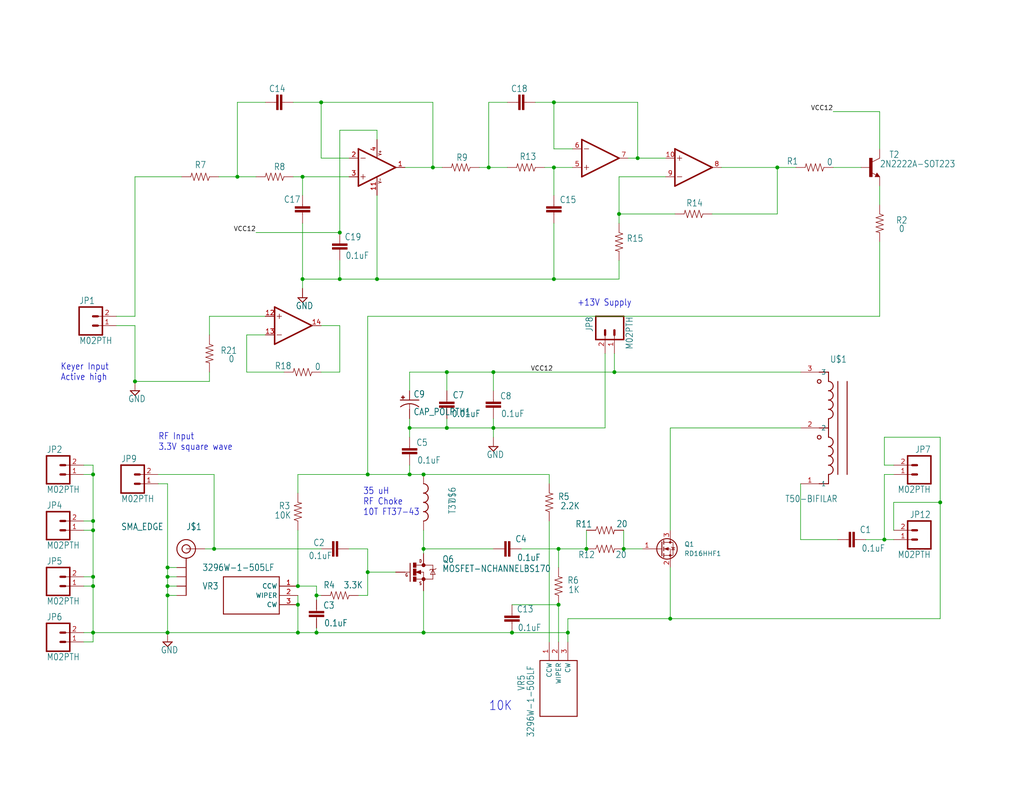
<source format=kicad_sch>
(kicad_sch (version 20211123) (generator eeschema)
  (paper "A")
  (title_block (date "2022-10-06"))
  (lib_symbols
    (symbol "Device:Q_NMOS_GSD" (pin_names (offset 0) hide)
      (property "Reference" "Q" (at 5.08 1.27 0))
      (property "Value" "Q_NMOS_GSD" (at 5.08 -1.27 0))
      (symbol "Q_NMOS_GSD_0_1"
        (polyline (pts (xy 0.254 0) (xy -2.54 0)))
        (polyline (pts (xy 0.254 1.905) (xy 0.254 -1.905)) (stroke (width 0.254)))
        (polyline (pts (xy 0.762 -1.27) (xy 0.762 -2.286)) (stroke (width 0.254)))
        (polyline (pts (xy 0.762 0.508) (xy 0.762 -0.508)) (stroke (width 0.254)))
        (polyline (pts (xy 0.762 2.286) (xy 0.762 1.27)) (stroke (width 0.254)))
        (polyline (pts (xy 2.54 2.54) (xy 2.54 1.778)))
        (polyline (pts (xy 2.54 -2.54) (xy 2.54 0) (xy 0.762 0)))
        (polyline (pts (xy 0.762 -1.778) (xy 3.302 -1.778) (xy 3.302 1.778) (xy 0.762 1.778)))
        (polyline (pts (xy 1.016 0) (xy 2.032 0.381) (xy 2.032 -0.381) (xy 1.016 0)) (fill (type outline)))
        (polyline (pts (xy 2.794 0.508) (xy 2.921 0.381) (xy 3.683 0.381) (xy 3.81 0.254)))
        (polyline (pts (xy 3.302 0.381) (xy 2.921 -0.254) (xy 3.683 -0.254) (xy 3.302 0.381)))
        (circle (center 1.651 0) (radius 2.794) (stroke (width 0.254)))
        (circle (center 2.54 -1.778) (radius 0.254) (fill (type outline)))
        (circle (center 2.54 1.778) (radius 0.254) (fill (type outline)))
      )
      (symbol "Q_NMOS_GSD_1_1"
        (pin input line (at -5.08 0 0) (length 2.54) (name "G") (number "1"))
        (pin passive line (at 2.54 -5.08 90) (length 2.54) (name "S") (number "2"))
        (pin passive line (at 2.54 5.08 270) (length 2.54) (name "D") (number "3"))
      )
    )
    (symbol "powerAmp_RevB-eagle-import:-NPN-SOT223"
      (property "Reference" "T" (at -10.16 7.62 0))
      (property "Value" "-NPN-SOT223" (at -10.16 5.08 0))
      (symbol "-NPN-SOT223_1_0"
        (rectangle (start -0.254 -2.54) (end 0.508 2.54) (fill (type outline)))
        (polyline (pts (xy 1.27 -2.54) (xy 1.778 -1.524)) (stroke (width 0.1524)))
        (polyline (pts (xy 1.524 -2.413) (xy 2.286 -2.413)) (stroke (width 0.254)))
        (polyline (pts (xy 1.524 -2.286) (xy 1.905 -2.286)) (stroke (width 0.254)))
        (polyline (pts (xy 1.54 -2.04) (xy 0.308 -1.424)) (stroke (width 0.1524)))
        (polyline (pts (xy 1.778 -1.778) (xy 1.524 -2.286)) (stroke (width 0.254)))
        (polyline (pts (xy 1.778 -1.524) (xy 2.54 -2.54)) (stroke (width 0.1524)))
        (polyline (pts (xy 1.905 -2.286) (xy 1.778 -2.032)) (stroke (width 0.254)))
        (polyline (pts (xy 2.286 -2.413) (xy 1.778 -1.778)) (stroke (width 0.254)))
        (polyline (pts (xy 2.54 -2.54) (xy 1.27 -2.54)) (stroke (width 0.1524)))
        (polyline (pts (xy 2.54 2.54) (xy 0.508 1.524)) (stroke (width 0.1524)))
        (pin passive line (at -2.54 0 0) (length 2.54) (name "B") (number "1"))
        (pin passive line (at 2.54 -5.08 90) (length 2.54) (name "E") (number "3"))
        (pin passive line (at 2.54 5.08 270) (length 2.54) (name "C") (number "4"))
      )
    )
    (symbol "powerAmp_RevB-eagle-import:3296W-1-505LF"
      (property "Reference" "VR" (at 21.59 7.62 0))
      (property "Value" "3296W-1-505LF" (at 21.59 5.08 0))
      (symbol "3296W-1-505LF_1_0"
        (polyline (pts (xy 5.08 2.54) (xy 5.08 -7.62)) (stroke (width 0.254)))
        (polyline (pts (xy 5.08 2.54) (xy 20.32 2.54)) (stroke (width 0.254)))
        (polyline (pts (xy 20.32 -7.62) (xy 5.08 -7.62)) (stroke (width 0.254)))
        (polyline (pts (xy 20.32 -7.62) (xy 20.32 2.54)) (stroke (width 0.254)))
        (pin bidirectional line (at 0 0 0) (length 5.08) (name "CCW") (number "1"))
        (pin bidirectional line (at 0 -2.54 0) (length 5.08) (name "WIPER") (number "2"))
        (pin bidirectional line (at 0 -5.08 0) (length 5.08) (name "CW") (number "3"))
      )
    )
    (symbol "powerAmp_RevB-eagle-import:CAP0603-CAP"
      (property "Reference" "C" (at 1.524 2.921 0))
      (property "Value" "CAP0603-CAP" (at 1.524 -2.159 0))
      (symbol "CAP0603-CAP_1_0"
        (rectangle (start -2.032 0.508) (end 2.032 1.016) (fill (type outline)))
        (rectangle (start -2.032 1.524) (end 2.032 2.032) (fill (type outline)))
        (polyline (pts (xy 0 0) (xy 0 0.508)) (stroke (width 0.1524)))
        (polyline (pts (xy 0 2.54) (xy 0 2.032)) (stroke (width 0.1524)))
        (pin passive line (at 0 5.08 270) (length 2.54) (name "1") (number "1"))
        (pin passive line (at 0 -2.54 90) (length 2.54) (name "2") (number "2"))
      )
    )
    (symbol "powerAmp_RevB-eagle-import:CAPPTH1"
      (property "Reference" "C" (at 1.524 2.921 0))
      (property "Value" "CAPPTH1" (at 1.524 -2.159 0))
      (symbol "CAPPTH1_1_0"
        (rectangle (start -2.032 0.508) (end 2.032 1.016) (fill (type outline)))
        (rectangle (start -2.032 1.524) (end 2.032 2.032) (fill (type outline)))
        (polyline (pts (xy 0 0) (xy 0 0.508)) (stroke (width 0.1524)))
        (polyline (pts (xy 0 2.54) (xy 0 2.032)) (stroke (width 0.1524)))
        (pin passive line (at 0 5.08 270) (length 2.54) (name "1") (number "1"))
        (pin passive line (at 0 -2.54 90) (length 2.54) (name "2") (number "2"))
      )
    )
    (symbol "powerAmp_RevB-eagle-import:CAP_POLPTH1"
      (property "Reference" "C" (at 1.016 0.635 0))
      (property "Value" "CAP_POLPTH1" (at 1.016 -4.191 0))
      (symbol "CAP_POLPTH1_1_0"
        (rectangle (start -2.253 0.668) (end -1.364 0.795) (fill (type outline)))
        (rectangle (start -1.872 0.287) (end -1.745 1.176) (fill (type outline)))
        (arc (start 0 -1.0161) (mid -1.3021 -1.2302) (end -2.4669 -1.8504) (stroke (width 0.254)))
        (polyline (pts (xy -2.54 0) (xy 2.54 0)) (stroke (width 0.254)))
        (polyline (pts (xy 0 -1.016) (xy 0 -2.54)) (stroke (width 0.1524)))
        (arc (start 2.4892 -1.8542) (mid 1.3158 -1.2195) (end 0 -1) (stroke (width 0.254)))
        (pin passive line (at 0 2.54 270) (length 2.54) (name "+") (number "1"))
        (pin passive line (at 0 -5.08 90) (length 2.54) (name "-") (number "2"))
      )
    )
    (symbol "powerAmp_RevB-eagle-import:GND" (power)
      (property "Value" "GND" (at -1.905 -3.175 0))
      (symbol "GND_1_0"
        (polyline (pts (xy -1.27 0) (xy 1.27 0)) (stroke (width 0.254)))
        (polyline (pts (xy 0 -1.27) (xy -1.27 0)) (stroke (width 0.254)))
        (polyline (pts (xy 1.27 0) (xy 0 -1.27)) (stroke (width 0.254)))
        (pin power_in line (at 0 2.54 270) (length 2.54) (name "GND") (number "1"))
      )
    )
    (symbol "powerAmp_RevB-eagle-import:M02PTH"
      (property "Reference" "JP" (at -2.54 5.842 0))
      (property "Value" "M02PTH" (at -2.54 -5.08 0))
      (symbol "M02PTH_1_0"
        (polyline (pts (xy -2.54 5.08) (xy -2.54 -2.54)) (stroke (width 0.4064)))
        (polyline (pts (xy -2.54 5.08) (xy 3.81 5.08)) (stroke (width 0.4064)))
        (polyline (pts (xy 1.27 0) (xy 2.54 0)) (stroke (width 0.6096)))
        (polyline (pts (xy 1.27 2.54) (xy 2.54 2.54)) (stroke (width 0.6096)))
        (polyline (pts (xy 3.81 -2.54) (xy -2.54 -2.54)) (stroke (width 0.4064)))
        (polyline (pts (xy 3.81 -2.54) (xy 3.81 5.08)) (stroke (width 0.4064)))
        (pin passive line (at 7.62 0 180) (length 5.08) (name "1") (number "1"))
        (pin passive line (at 7.62 2.54 180) (length 5.08) (name "2") (number "2"))
      )
    )
    (symbol "powerAmp_RevB-eagle-import:MOSFET-NCHANNELBS170"
      (property "Reference" "Q" (at 5.08 2.54 0))
      (property "Value" "MOSFET-NCHANNELBS170" (at 5.08 0 0))
      (symbol "MOSFET-NCHANNELBS170_1_0"
        (rectangle (start -2.794 -2.54) (end -2.032 -1.27) (fill (type outline)))
        (rectangle (start -2.794 -0.889) (end -2.032 0.889) (fill (type outline)))
        (rectangle (start -2.794 1.27) (end -2.032 2.54) (fill (type outline)))
        (circle (center 0 -1.905) (radius 0.127) (stroke (width 0.4064)))
        (polyline (pts (xy -3.81 0) (xy -5.08 0)) (stroke (width 0.1524)))
        (polyline (pts (xy -3.6576 2.413) (xy -3.6576 -2.54)) (stroke (width 0.254)))
        (polyline (pts (xy -2.032 -1.905) (xy 0 -1.905)) (stroke (width 0.1524)))
        (polyline (pts (xy -2.032 0) (xy -0.762 -0.508)) (stroke (width 0.1524)))
        (polyline (pts (xy -1.778 0) (xy -0.889 -0.254)) (stroke (width 0.3048)))
        (polyline (pts (xy -0.889 -0.254) (xy -0.889 0)) (stroke (width 0.3048)))
        (polyline (pts (xy -0.889 0) (xy -1.143 0)) (stroke (width 0.3048)))
        (polyline (pts (xy -0.889 0) (xy 0 0)) (stroke (width 0.1524)))
        (polyline (pts (xy -0.889 0.254) (xy -1.778 0)) (stroke (width 0.3048)))
        (polyline (pts (xy -0.762 -0.508) (xy -0.762 0.508)) (stroke (width 0.1524)))
        (polyline (pts (xy -0.762 0.508) (xy -2.032 0)) (stroke (width 0.1524)))
        (polyline (pts (xy 0 -1.905) (xy 0 -2.54)) (stroke (width 0.1524)))
        (polyline (pts (xy 0 0) (xy 0 -1.905)) (stroke (width 0.1524)))
        (polyline (pts (xy 0 1.905) (xy -2.0066 1.905)) (stroke (width 0.1524)))
        (polyline (pts (xy 0 1.905) (xy 2.54 1.905)) (stroke (width 0.1524)))
        (polyline (pts (xy 0 2.54) (xy 0 1.905)) (stroke (width 0.1524)))
        (polyline (pts (xy 1.905 -0.635) (xy 3.175 -0.635)) (stroke (width 0.1524)))
        (polyline (pts (xy 1.905 0.762) (xy 1.651 0.508)) (stroke (width 0.1524)))
        (polyline (pts (xy 1.905 0.762) (xy 2.54 0.762)) (stroke (width 0.1524)))
        (polyline (pts (xy 2.54 -1.905) (xy 0 -1.905)) (stroke (width 0.1524)))
        (polyline (pts (xy 2.54 0.762) (xy 1.905 -0.635)) (stroke (width 0.1524)))
        (polyline (pts (xy 2.54 0.762) (xy 2.54 -1.905)) (stroke (width 0.1524)))
        (polyline (pts (xy 2.54 0.762) (xy 3.175 0.762)) (stroke (width 0.1524)))
        (polyline (pts (xy 2.54 1.905) (xy 2.54 0.762)) (stroke (width 0.1524)))
        (polyline (pts (xy 3.175 -0.635) (xy 2.54 0.762)) (stroke (width 0.1524)))
        (polyline (pts (xy 3.175 0.762) (xy 3.429 1.016)) (stroke (width 0.1524)))
        (circle (center 0 1.905) (radius 0.127) (stroke (width 0.4064)))
        (text "D" (at -1.27 2.54 0) (effects (font (size 0.8128 0.6908)) (justify left bottom)))
        (text "G" (at -5.08 -1.27 0) (effects (font (size 0.8128 0.6908)) (justify left bottom)))
        (text "S" (at -1.27 -3.556 0) (effects (font (size 0.8128 0.6908)) (justify left bottom)))
        (pin passive line (at 0 5.08 270) (length 2.54) (name "D") (number "1"))
        (pin passive line (at -7.62 0 0) (length 2.54) (name "G") (number "2"))
        (pin passive line (at 0 -5.08 90) (length 2.54) (name "S") (number "3"))
      )
    )
    (symbol "powerAmp_RevB-eagle-import:OPA1679IDR"
      (symbol "OPA1679IDR_1_0"
        (polyline (pts (xy -5.08 -5.08) (xy 5.08 0)) (stroke (width 0.4064)))
        (polyline (pts (xy -5.08 5.08) (xy -5.08 -5.08)) (stroke (width 0.4064)))
        (polyline (pts (xy -4.445 -2.54) (xy -3.175 -2.54)) (stroke (width 0.1524)))
        (polyline (pts (xy -4.445 2.54) (xy -3.175 2.54)) (stroke (width 0.1524)))
        (polyline (pts (xy -3.81 3.175) (xy -3.81 1.905)) (stroke (width 0.1524)))
        (polyline (pts (xy 5.08 0) (xy -5.08 5.08)) (stroke (width 0.4064)))
        (pin output line (at 7.62 0 180) (length 2.54) (name "OUT") (number "1"))
        (pin input line (at -7.62 -2.54 0) (length 2.54) (name "-IN") (number "2"))
        (pin input line (at -7.62 2.54 0) (length 2.54) (name "+IN") (number "3"))
      )
      (symbol "OPA1679IDR_2_0"
        (polyline (pts (xy -5.08 -5.08) (xy 5.08 0)) (stroke (width 0.4064)))
        (polyline (pts (xy -5.08 5.08) (xy -5.08 -5.08)) (stroke (width 0.4064)))
        (polyline (pts (xy -4.445 -2.54) (xy -3.175 -2.54)) (stroke (width 0.1524)))
        (polyline (pts (xy -4.445 2.54) (xy -3.175 2.54)) (stroke (width 0.1524)))
        (polyline (pts (xy -3.81 3.175) (xy -3.81 1.905)) (stroke (width 0.1524)))
        (polyline (pts (xy 5.08 0) (xy -5.08 5.08)) (stroke (width 0.4064)))
        (pin input line (at -7.62 2.54 0) (length 2.54) (name "+IN") (number "5"))
        (pin input line (at -7.62 -2.54 0) (length 2.54) (name "-IN") (number "6"))
        (pin output line (at 7.62 0 180) (length 2.54) (name "OUT") (number "7"))
      )
      (symbol "OPA1679IDR_3_0"
        (polyline (pts (xy -5.08 -5.08) (xy 5.08 0)) (stroke (width 0.4064)))
        (polyline (pts (xy -5.08 5.08) (xy -5.08 -5.08)) (stroke (width 0.4064)))
        (polyline (pts (xy -4.445 -2.54) (xy -3.175 -2.54)) (stroke (width 0.1524)))
        (polyline (pts (xy -4.445 2.54) (xy -3.175 2.54)) (stroke (width 0.1524)))
        (polyline (pts (xy -3.81 3.175) (xy -3.81 1.905)) (stroke (width 0.1524)))
        (polyline (pts (xy 5.08 0) (xy -5.08 5.08)) (stroke (width 0.4064)))
        (pin input line (at -7.62 2.54 0) (length 2.54) (name "+IN") (number "10"))
        (pin output line (at 7.62 0 180) (length 2.54) (name "OUT") (number "8"))
        (pin input line (at -7.62 -2.54 0) (length 2.54) (name "-IN") (number "9"))
      )
      (symbol "OPA1679IDR_4_0"
        (polyline (pts (xy -5.08 -5.08) (xy 5.08 0)) (stroke (width 0.4064)))
        (polyline (pts (xy -5.08 5.08) (xy -5.08 -5.08)) (stroke (width 0.4064)))
        (polyline (pts (xy -4.445 -2.54) (xy -3.175 -2.54)) (stroke (width 0.1524)))
        (polyline (pts (xy -4.445 2.54) (xy -3.175 2.54)) (stroke (width 0.1524)))
        (polyline (pts (xy -3.81 3.175) (xy -3.81 1.905)) (stroke (width 0.1524)))
        (polyline (pts (xy 5.08 0) (xy -5.08 5.08)) (stroke (width 0.4064)))
        (pin input line (at -7.62 2.54 0) (length 2.54) (name "+IN") (number "12"))
        (pin input line (at -7.62 -2.54 0) (length 2.54) (name "-IN") (number "13"))
        (pin output line (at 7.62 0 180) (length 2.54) (name "OUT") (number "14"))
      )
      (symbol "OPA1679IDR_5_0"
        (text "V+" (at 1.27 3.175 900) (effects (font (size 0.8128 0.6908)) (justify left bottom)))
        (text "V-" (at 1.27 -4.445 900) (effects (font (size 0.8128 0.6908)) (justify left bottom)))
        (pin power_in line (at 0 -7.62 90) (length 5.08) (name "V-") (number "11"))
        (pin power_in line (at 0 7.62 270) (length 5.08) (name "V+") (number "4"))
      )
    )
    (symbol "powerAmp_RevB-eagle-import:RESISTOR0603-RES"
      (property "Reference" "R" (at -3.81 1.4986 0))
      (property "Value" "RESISTOR0603-RES" (at -3.81 -3.302 0))
      (symbol "RESISTOR0603-RES_1_0"
        (polyline (pts (xy -2.54 0) (xy -2.159 1.016)) (stroke (width 0.1524)))
        (polyline (pts (xy -2.159 1.016) (xy -1.524 -1.016)) (stroke (width 0.1524)))
        (polyline (pts (xy -1.524 -1.016) (xy -0.889 1.016)) (stroke (width 0.1524)))
        (polyline (pts (xy -0.889 1.016) (xy -0.254 -1.016)) (stroke (width 0.1524)))
        (polyline (pts (xy -0.254 -1.016) (xy 0.381 1.016)) (stroke (width 0.1524)))
        (polyline (pts (xy 0.381 1.016) (xy 1.016 -1.016)) (stroke (width 0.1524)))
        (polyline (pts (xy 1.016 -1.016) (xy 1.651 1.016)) (stroke (width 0.1524)))
        (polyline (pts (xy 1.651 1.016) (xy 2.286 -1.016)) (stroke (width 0.1524)))
        (polyline (pts (xy 2.286 -1.016) (xy 2.54 0)) (stroke (width 0.1524)))
        (pin passive line (at -5.08 0 0) (length 2.54) (name "1") (number "1"))
        (pin passive line (at 5.08 0 180) (length 2.54) (name "2") (number "2"))
      )
    )
    (symbol "powerAmp_RevB-eagle-import:RESISTOR1206"
      (property "Reference" "R" (at -3.81 1.4986 0))
      (property "Value" "RESISTOR1206" (at -3.81 -3.302 0))
      (symbol "RESISTOR1206_1_0"
        (polyline (pts (xy -2.54 0) (xy -2.159 1.016)) (stroke (width 0.1524)))
        (polyline (pts (xy -2.159 1.016) (xy -1.524 -1.016)) (stroke (width 0.1524)))
        (polyline (pts (xy -1.524 -1.016) (xy -0.889 1.016)) (stroke (width 0.1524)))
        (polyline (pts (xy -0.889 1.016) (xy -0.254 -1.016)) (stroke (width 0.1524)))
        (polyline (pts (xy -0.254 -1.016) (xy 0.381 1.016)) (stroke (width 0.1524)))
        (polyline (pts (xy 0.381 1.016) (xy 1.016 -1.016)) (stroke (width 0.1524)))
        (polyline (pts (xy 1.016 -1.016) (xy 1.651 1.016)) (stroke (width 0.1524)))
        (polyline (pts (xy 1.651 1.016) (xy 2.286 -1.016)) (stroke (width 0.1524)))
        (polyline (pts (xy 2.286 -1.016) (xy 2.54 0)) (stroke (width 0.1524)))
        (pin passive line (at -5.08 0 0) (length 2.54) (name "1") (number "1"))
        (pin passive line (at 5.08 0 180) (length 2.54) (name "2") (number "2"))
      )
    )
    (symbol "powerAmp_RevB-eagle-import:SMA_EDGE"
      (property "Reference" "J$" (at 2.54 -5.08 0))
      (property "Value" "SMA_EDGE" (at 2.54 -7.62 0))
      (symbol "SMA_EDGE_1_0"
        (polyline (pts (xy 0 -2.54) (xy 0 -12.7)) (stroke (width 0.254)))
        (circle (center 0 0) (radius 1.1359) (stroke (width 0.254)))
        (circle (center 0 0) (radius 2.54) (stroke (width 0.254)))
        (pin bidirectional line (at -2.54 -5.08 0) (length 2.54) (name "GND@0") (number "GND@0"))
        (pin bidirectional line (at -2.54 -7.62 0) (length 2.54) (name "GND@1") (number "GND@1"))
        (pin bidirectional line (at -2.54 -10.16 0) (length 2.54) (name "GND@2") (number "GND@2"))
        (pin bidirectional line (at -2.54 -12.7 0) (length 2.54) (name "GND@3") (number "GND@3"))
        (pin bidirectional line (at 5.08 0 180) (length 5.08) (name "SIGNAL") (number "SIG"))
      )
    )
    (symbol "powerAmp_RevB-eagle-import:T37"
      (property "Value" "T37" (at 3.81 2.54 90))
      (symbol "T37_1_0"
        (arc (start 0 2.54) (mid 0.898 2.912) (end 1.27 3.81) (stroke (width 0.254)))
        (arc (start 0 5.08) (mid 0.898 5.452) (end 1.27 6.35) (stroke (width 0.254)))
        (arc (start 0 7.62) (mid 0.898 7.992) (end 1.27 8.89) (stroke (width 0.254)))
        (arc (start 0 10.16) (mid 0.898 10.532) (end 1.27 11.43) (stroke (width 0.254)))
        (arc (start 1.27 3.81) (mid 0.898 4.708) (end 0 5.08) (stroke (width 0.254)))
        (arc (start 1.27 6.35) (mid 0.898 7.248) (end 0 7.62) (stroke (width 0.254)))
        (arc (start 1.27 8.89) (mid 0.898 9.788) (end 0 10.16) (stroke (width 0.254)))
        (arc (start 1.27 11.43) (mid 0.898 12.328) (end 0 12.7) (stroke (width 0.254)))
        (pin passive line (at 0 15.24 270) (length 2.54) (name "1") (number "P$1"))
        (pin passive line (at 0 0 90) (length 2.54) (name "2") (number "P$2"))
      )
    )
    (symbol "powerAmp_RevB-eagle-import:T50-BIFILAR"
      (property "Value" "T50-BIFILAR" (at 0 -20.32 0))
      (symbol "T50-BIFILAR_1_0"
        (polyline (pts (xy -2.54 12.7) (xy -2.54 -12.7)) (stroke (width 0.254)))
        (polyline (pts (xy 0 12.7) (xy 0 -12.7)) (stroke (width 0.254)))
        (polyline (pts (xy 2.54 -15.24) (xy 5.08 -15.24)) (stroke (width 0.254)))
        (polyline (pts (xy 2.54 -12.7) (xy 2.54 -15.24)) (stroke (width 0.254)))
        (polyline (pts (xy 2.54 0) (xy 2.54 -2.54)) (stroke (width 0.254)))
        (polyline (pts (xy 2.54 2.54) (xy 2.54 0)) (stroke (width 0.254)))
        (polyline (pts (xy 2.54 12.7) (xy 2.54 15.24)) (stroke (width 0.254)))
        (polyline (pts (xy 2.54 15.24) (xy 5.08 15.24)) (stroke (width 0.254)))
        (polyline (pts (xy 5.08 0) (xy 2.54 0)) (stroke (width 0.254)))
        (arc (start 1.27 -11.43) (mid 1.642 -12.328) (end 2.54 -12.7) (stroke (width 0.254)))
        (arc (start 1.27 -8.89) (mid 1.642 -9.788) (end 2.54 -10.16) (stroke (width 0.254)))
        (arc (start 1.27 -6.35) (mid 1.642 -7.248) (end 2.54 -7.62) (stroke (width 0.254)))
        (arc (start 1.27 -3.81) (mid 1.642 -4.708) (end 2.54 -5.08) (stroke (width 0.254)))
        (arc (start 1.27 3.81) (mid 1.642 2.912) (end 2.54 2.54) (stroke (width 0.254)))
        (arc (start 1.27 6.35) (mid 1.642 5.452) (end 2.54 5.08) (stroke (width 0.254)))
        (arc (start 1.27 8.89) (mid 1.642 7.992) (end 2.54 7.62) (stroke (width 0.254)))
        (arc (start 1.27 11.43) (mid 1.642 10.532) (end 2.54 10.16) (stroke (width 0.254)))
        (arc (start 2.54 -10.16) (mid 1.642 -10.532) (end 1.27 -11.43) (stroke (width 0.254)))
        (arc (start 2.54 -7.62) (mid 1.642 -7.992) (end 1.27 -8.89) (stroke (width 0.254)))
        (arc (start 2.54 -5.08) (mid 1.642 -5.452) (end 1.27 -6.35) (stroke (width 0.254)))
        (arc (start 2.54 -2.54) (mid 1.642 -2.912) (end 1.27 -3.81) (stroke (width 0.254)))
        (arc (start 2.54 5.08) (mid 1.642 4.708) (end 1.27 3.81) (stroke (width 0.254)))
        (arc (start 2.54 7.62) (mid 1.642 7.248) (end 1.27 6.35) (stroke (width 0.254)))
        (arc (start 2.54 10.16) (mid 1.642 9.788) (end 1.27 8.89) (stroke (width 0.254)))
        (arc (start 2.54 12.7) (mid 1.642 12.328) (end 1.27 11.43) (stroke (width 0.254)))
        (circle (center 5.08 -2.54) (radius 0.508) (stroke (width 0.254)))
        (circle (center 5.08 12.7) (radius 0.508) (stroke (width 0.254)))
        (pin bidirectional line (at 10.16 -15.24 180) (length 5.08) (name "1") (number "1"))
        (pin bidirectional line (at 10.16 0 180) (length 5.08) (name "2") (number "2"))
        (pin bidirectional line (at 10.16 15.24 180) (length 5.08) (name "3") (number "3"))
      )
    )
  )
  (junction (at 81.28 165.1))
  (junction (at 160.02 149.86))
  (junction (at 100.33 156.21))
  (junction (at 134.62 101.6))
  (junction (at 45.72 162.56))
  (junction (at 121.92 101.6))
  (junction (at 102.87 76.2))
  (junction (at 134.62 116.84))
  (junction (at 25.4 160.02))
  (junction (at 82.55 48.26))
  (junction (at 152.4 165.1))
  (junction (at 170.18 149.86))
  (junction (at 92.71 63.5))
  (junction (at 81.28 172.72))
  (junction (at 154.94 172.72))
  (junction (at 86.36 162.56))
  (junction (at 92.71 76.2))
  (junction (at 25.4 142.24))
  (junction (at 25.4 172.72))
  (junction (at 212.09 45.72))
  (junction (at 45.72 160.02))
  (junction (at 115.57 172.72))
  (junction (at 173.99 43.18))
  (junction (at 133.35 45.72))
  (junction (at 25.4 157.48))
  (junction (at 151.13 76.2))
  (junction (at 82.55 76.2))
  (junction (at 182.88 168.91))
  (junction (at 87.63 27.94))
  (junction (at 151.13 45.72))
  (junction (at 81.28 160.02))
  (junction (at 45.72 172.72))
  (junction (at 151.13 27.94))
  (junction (at 152.4 149.86))
  (junction (at 118.11 45.72))
  (junction (at 241.3 147.32))
  (junction (at 45.72 157.48))
  (junction (at 121.92 116.84))
  (junction (at 168.91 58.42))
  (junction (at 115.57 149.86))
  (junction (at 36.83 104.14))
  (junction (at 111.76 116.84))
  (junction (at 45.72 154.94))
  (junction (at 86.36 172.72))
  (junction (at 111.76 129.54))
  (junction (at 115.57 129.54))
  (junction (at 167.64 101.6))
  (junction (at 100.33 129.54))
  (junction (at 256.54 137.16))
  (junction (at 25.4 129.54))
  (junction (at 139.7 172.72))
  (junction (at 25.4 144.78))
  (junction (at 64.77 48.26))
  (junction (at 58.42 149.86))
  (wire (pts (xy 36.83 48.26) (xy 49.53 48.26)))
  (wire (pts (xy 86.36 162.56) (xy 86.36 160.02)))
  (wire (pts (xy 182.88 154.94) (xy 182.88 168.91)))
  (wire (pts (xy 142.24 149.86) (xy 152.4 149.86)))
  (wire (pts (xy 241.3 127) (xy 241.3 119.38)))
  (wire (pts (xy 111.76 119.38) (xy 111.76 116.84)))
  (wire (pts (xy 115.57 149.86) (xy 115.57 144.78)))
  (wire (pts (xy 95.25 43.18) (xy 87.63 43.18)))
  (wire (pts (xy 25.4 144.78) (xy 25.4 142.24)))
  (wire (pts (xy 97.79 162.56) (xy 100.33 162.56)))
  (wire (pts (xy 168.91 60.96) (xy 168.91 58.42)))
  (wire (pts (xy 92.71 63.5) (xy 69.85 63.5)))
  (wire (pts (xy 241.3 129.54) (xy 241.3 147.32)))
  (wire (pts (xy 102.87 53.34) (xy 102.87 76.2)))
  (wire (pts (xy 95.25 149.86) (xy 100.33 149.86)))
  (wire (pts (xy 138.43 27.94) (xy 133.35 27.94)))
  (wire (pts (xy 45.72 157.48) (xy 45.72 160.02)))
  (wire (pts (xy 22.86 172.72) (xy 25.4 172.72)))
  (wire (pts (xy 170.18 149.86) (xy 175.26 149.86)))
  (wire (pts (xy 118.11 27.94) (xy 87.63 27.94)))
  (wire (pts (xy 72.39 27.94) (xy 64.77 27.94)))
  (wire (pts (xy 48.26 162.56) (xy 45.72 162.56)))
  (wire (pts (xy 22.86 144.78) (xy 25.4 144.78)))
  (wire (pts (xy 45.72 172.72) (xy 81.28 172.72)))
  (wire (pts (xy 58.42 149.86) (xy 87.63 149.86)))
  (wire (pts (xy 48.26 160.02) (xy 45.72 160.02)))
  (wire (pts (xy 168.91 76.2) (xy 151.13 76.2)))
  (wire (pts (xy 25.4 172.72) (xy 25.4 160.02)))
  (wire (pts (xy 168.91 48.26) (xy 181.61 48.26)))
  (wire (pts (xy 82.55 48.26) (xy 95.25 48.26)))
  (wire (pts (xy 45.72 162.56) (xy 45.72 172.72)))
  (wire (pts (xy 115.57 149.86) (xy 134.62 149.86)))
  (wire (pts (xy 87.63 101.6) (xy 92.71 101.6)))
  (wire (pts (xy 22.86 142.24) (xy 25.4 142.24)))
  (wire (pts (xy 149.86 175.26) (xy 149.86 142.24)))
  (wire (pts (xy 92.71 76.2) (xy 82.55 76.2)))
  (wire (pts (xy 111.76 127) (xy 111.76 129.54)))
  (wire (pts (xy 57.15 101.6) (xy 57.15 104.14)))
  (wire (pts (xy 173.99 27.94) (xy 151.13 27.94)))
  (wire (pts (xy 92.71 88.9) (xy 87.63 88.9)))
  (wire (pts (xy 110.49 45.72) (xy 118.11 45.72)))
  (wire (pts (xy 64.77 27.94) (xy 64.77 48.26)))
  (wire (pts (xy 152.4 149.86) (xy 160.02 149.86)))
  (wire (pts (xy 86.36 171.45) (xy 86.36 172.72)))
  (wire (pts (xy 81.28 144.78) (xy 81.28 160.02)))
  (wire (pts (xy 55.88 149.86) (xy 58.42 149.86)))
  (wire (pts (xy 121.92 114.3) (xy 121.92 116.84)))
  (wire (pts (xy 25.4 175.26) (xy 25.4 172.72)))
  (wire (pts (xy 111.76 106.68) (xy 111.76 101.6)))
  (wire (pts (xy 82.55 53.34) (xy 82.55 48.26)))
  (wire (pts (xy 241.3 147.32) (xy 243.84 147.32)))
  (wire (pts (xy 36.83 88.9) (xy 36.83 104.14)))
  (wire (pts (xy 256.54 137.16) (xy 256.54 168.91)))
  (wire (pts (xy 64.77 48.26) (xy 69.85 48.26)))
  (wire (pts (xy 182.88 116.84) (xy 182.88 144.78)))
  (wire (pts (xy 130.81 45.72) (xy 133.35 45.72)))
  (wire (pts (xy 121.92 116.84) (xy 134.62 116.84)))
  (wire (pts (xy 148.59 45.72) (xy 151.13 45.72)))
  (wire (pts (xy 86.36 162.56) (xy 86.36 163.83)))
  (wire (pts (xy 256.54 119.38) (xy 256.54 137.16)))
  (wire (pts (xy 134.62 119.38) (xy 134.62 116.84)))
  (wire (pts (xy 151.13 45.72) (xy 156.21 45.72)))
  (wire (pts (xy 134.62 101.6) (xy 167.64 101.6)))
  (wire (pts (xy 236.22 147.32) (xy 241.3 147.32)))
  (wire (pts (xy 173.99 43.18) (xy 181.61 43.18)))
  (wire (pts (xy 111.76 114.3) (xy 111.76 116.84)))
  (wire (pts (xy 72.39 86.36) (xy 57.15 86.36)))
  (wire (pts (xy 81.28 160.02) (xy 86.36 160.02)))
  (wire (pts (xy 134.62 116.84) (xy 134.62 114.3)))
  (wire (pts (xy 58.42 129.54) (xy 58.42 149.86)))
  (wire (pts (xy 154.94 168.91) (xy 182.88 168.91)))
  (wire (pts (xy 160.02 144.78) (xy 160.02 149.86)))
  (wire (pts (xy 86.36 172.72) (xy 115.57 172.72)))
  (wire (pts (xy 115.57 129.54) (xy 149.86 129.54)))
  (wire (pts (xy 102.87 76.2) (xy 92.71 76.2)))
  (wire (pts (xy 36.83 86.36) (xy 36.83 48.26)))
  (wire (pts (xy 107.95 156.21) (xy 100.33 156.21)))
  (wire (pts (xy 111.76 101.6) (xy 121.92 101.6)))
  (wire (pts (xy 22.86 127) (xy 25.4 127)))
  (wire (pts (xy 154.94 168.91) (xy 154.94 172.72)))
  (wire (pts (xy 36.83 86.36) (xy 31.75 86.36)))
  (wire (pts (xy 121.92 101.6) (xy 134.62 101.6)))
  (wire (pts (xy 81.28 172.72) (xy 86.36 172.72)))
  (wire (pts (xy 168.91 71.12) (xy 168.91 76.2)))
  (wire (pts (xy 151.13 60.96) (xy 151.13 76.2)))
  (wire (pts (xy 118.11 45.72) (xy 118.11 27.94)))
  (wire (pts (xy 48.26 157.48) (xy 45.72 157.48)))
  (wire (pts (xy 170.18 144.78) (xy 170.18 149.86)))
  (wire (pts (xy 165.1 116.84) (xy 134.62 116.84)))
  (wire (pts (xy 100.33 129.54) (xy 111.76 129.54)))
  (wire (pts (xy 121.92 106.68) (xy 121.92 101.6)))
  (wire (pts (xy 168.91 58.42) (xy 168.91 48.26)))
  (wire (pts (xy 149.86 132.08) (xy 149.86 129.54)))
  (wire (pts (xy 92.71 71.12) (xy 92.71 76.2)))
  (wire (pts (xy 240.03 86.36) (xy 240.03 66.04)))
  (wire (pts (xy 100.33 86.36) (xy 100.33 129.54)))
  (wire (pts (xy 25.4 160.02) (xy 25.4 157.48)))
  (wire (pts (xy 81.28 162.56) (xy 81.28 165.1)))
  (wire (pts (xy 240.03 40.64) (xy 240.03 30.48)))
  (wire (pts (xy 133.35 45.72) (xy 138.43 45.72)))
  (wire (pts (xy 25.4 129.54) (xy 25.4 127)))
  (wire (pts (xy 22.86 157.48) (xy 25.4 157.48)))
  (wire (pts (xy 151.13 53.34) (xy 151.13 45.72)))
  (wire (pts (xy 165.1 96.52) (xy 165.1 116.84)))
  (wire (pts (xy 45.72 132.08) (xy 45.72 154.94)))
  (wire (pts (xy 72.39 91.44) (xy 67.31 91.44)))
  (wire (pts (xy 139.7 172.72) (xy 154.94 172.72)))
  (wire (pts (xy 45.72 172.72) (xy 25.4 172.72)))
  (wire (pts (xy 80.01 48.26) (xy 82.55 48.26)))
  (wire (pts (xy 67.31 101.6) (xy 77.47 101.6)))
  (wire (pts (xy 243.84 127) (xy 241.3 127)))
  (wire (pts (xy 151.13 40.64) (xy 151.13 27.94)))
  (wire (pts (xy 25.4 157.48) (xy 25.4 144.78)))
  (wire (pts (xy 115.57 151.13) (xy 115.57 149.86)))
  (wire (pts (xy 115.57 172.72) (xy 139.7 172.72)))
  (wire (pts (xy 167.64 96.52) (xy 167.64 101.6)))
  (wire (pts (xy 115.57 161.29) (xy 115.57 172.72)))
  (wire (pts (xy 100.33 149.86) (xy 100.33 156.21)))
  (wire (pts (xy 57.15 104.14) (xy 36.83 104.14)))
  (wire (pts (xy 100.33 162.56) (xy 100.33 156.21)))
  (wire (pts (xy 87.63 27.94) (xy 80.01 27.94)))
  (wire (pts (xy 48.26 154.94) (xy 45.72 154.94)))
  (wire (pts (xy 212.09 45.72) (xy 196.85 45.72)))
  (wire (pts (xy 82.55 60.96) (xy 82.55 76.2)))
  (wire (pts (xy 134.62 106.68) (xy 134.62 101.6)))
  (wire (pts (xy 81.28 134.62) (xy 81.28 129.54)))
  (wire (pts (xy 182.88 116.84) (xy 218.44 116.84)))
  (wire (pts (xy 139.7 165.1) (xy 152.4 165.1)))
  (wire (pts (xy 194.31 58.42) (xy 212.09 58.42)))
  (wire (pts (xy 240.03 50.8) (xy 240.03 55.88)))
  (wire (pts (xy 87.63 43.18) (xy 87.63 27.94)))
  (wire (pts (xy 171.45 43.18) (xy 173.99 43.18)))
  (wire (pts (xy 241.3 119.38) (xy 256.54 119.38)))
  (wire (pts (xy 182.88 168.91) (xy 256.54 168.91)))
  (wire (pts (xy 92.71 63.5) (xy 92.71 35.56)))
  (wire (pts (xy 227.33 45.72) (xy 234.95 45.72)))
  (wire (pts (xy 243.84 137.16) (xy 256.54 137.16)))
  (wire (pts (xy 81.28 165.1) (xy 81.28 172.72)))
  (wire (pts (xy 100.33 86.36) (xy 240.03 86.36)))
  (wire (pts (xy 31.75 88.9) (xy 36.83 88.9)))
  (wire (pts (xy 22.86 175.26) (xy 25.4 175.26)))
  (wire (pts (xy 25.4 142.24) (xy 25.4 129.54)))
  (wire (pts (xy 92.71 101.6) (xy 92.71 88.9)))
  (wire (pts (xy 151.13 27.94) (xy 146.05 27.94)))
  (wire (pts (xy 57.15 91.44) (xy 57.15 86.36)))
  (wire (pts (xy 243.84 144.78) (xy 243.84 137.16)))
  (wire (pts (xy 218.44 147.32) (xy 228.6 147.32)))
  (wire (pts (xy 81.28 129.54) (xy 100.33 129.54)))
  (wire (pts (xy 154.94 175.26) (xy 154.94 172.72)))
  (wire (pts (xy 151.13 76.2) (xy 102.87 76.2)))
  (wire (pts (xy 92.71 35.56) (xy 102.87 35.56)))
  (wire (pts (xy 111.76 116.84) (xy 121.92 116.84)))
  (wire (pts (xy 156.21 40.64) (xy 151.13 40.64)))
  (wire (pts (xy 111.76 129.54) (xy 115.57 129.54)))
  (wire (pts (xy 45.72 154.94) (xy 45.72 157.48)))
  (wire (pts (xy 212.09 58.42) (xy 212.09 45.72)))
  (wire (pts (xy 243.84 129.54) (xy 241.3 129.54)))
  (wire (pts (xy 152.4 154.94) (xy 152.4 149.86)))
  (wire (pts (xy 22.86 129.54) (xy 25.4 129.54)))
  (wire (pts (xy 217.17 45.72) (xy 212.09 45.72)))
  (wire (pts (xy 240.03 30.48) (xy 227.33 30.48)))
  (wire (pts (xy 45.72 160.02) (xy 45.72 162.56)))
  (wire (pts (xy 118.11 45.72) (xy 120.65 45.72)))
  (wire (pts (xy 102.87 35.56) (xy 102.87 38.1)))
  (wire (pts (xy 43.18 132.08) (xy 45.72 132.08)))
  (wire (pts (xy 67.31 91.44) (xy 67.31 101.6)))
  (wire (pts (xy 167.64 101.6) (xy 218.44 101.6)))
  (wire (pts (xy 173.99 43.18) (xy 173.99 27.94)))
  (wire (pts (xy 43.18 129.54) (xy 58.42 129.54)))
  (wire (pts (xy 82.55 76.2) (xy 82.55 78.74)))
  (wire (pts (xy 184.15 58.42) (xy 168.91 58.42)))
  (wire (pts (xy 133.35 27.94) (xy 133.35 45.72)))
  (wire (pts (xy 152.4 165.1) (xy 152.4 175.26)))
  (wire (pts (xy 22.86 160.02) (xy 25.4 160.02)))
  (wire (pts (xy 86.36 162.56) (xy 87.63 162.56)))
  (wire (pts (xy 59.69 48.26) (xy 64.77 48.26)))
  (wire (pts (xy 218.44 132.08) (xy 218.44 147.32)))
  (text "35 uH\nRF Choke\n10T FT37-43" (at 99.06 140.97 180) (effects (font (size 1.778 1.5113)) (justify left bottom)))
  (text "RF Input\n3.3V square wave" (at 43.18 123.19 180) (effects (font (size 1.778 1.5113)) (justify left bottom)))
  (text "10K" (at 133.35 194.31 180) (effects (font (size 2.54 2.159)) (justify left bottom)))
  (text "+13V Supply" (at 157.48 83.82 180) (effects (font (size 1.778 1.5113)) (justify left bottom)))
  (text "Keyer Input\nActive high" (at 16.51 104.14 180) (effects (font (size 1.778 1.5113)) (justify left bottom)))
  (label "VCC12" (at 144.78 101.6 0) (effects (font (size 1.2446 1.2446))))
  (label "VCC12" (at 227.33 30.48 180) (effects (font (size 1.2446 1.2446))))
  (label "VCC12" (at 69.85 63.5 180) (effects (font (size 1.2446 1.2446))))
  (symbol (lib_id "powerAmp_RevB-eagle-import:M02PTH") (at 15.24 160.02 0) (unit 1)
    (property "Reference" "JP5" (at 12.7 154.178 0) (effects (font (size 1.778 1.5113)) (justify left bottom)))
    (property "Value" "M02PTH" (at 12.7 165.1 0) (effects (font (size 1.778 1.5113)) (justify left bottom)))
    (property "Footprint" "powerAmp_RevB:1X02" (effects hide))
  )
  (symbol (lib_id "powerAmp_RevB-eagle-import:CAP0603-CAP") (at 121.92 109.22 180) (unit 1)
    (property "Reference" "C7" (at 123.444 108.839 0) (effects (font (size 1.778 1.5113)) (justify right top)))
    (property "Value" "0.01uF" (at 123.19 113.919 0) (effects (font (size 1.778 1.5113)) (justify right top)))
    (property "Footprint" "powerAmp_RevB:0603-CAP" (effects hide))
  )
  (symbol (lib_id "powerAmp_RevB-eagle-import:OPA1679IDR") (at 163.83 43.18 0) (mirror x) (unit 2)
    (property "Reference" "U$2" (effects hide))
    (property "Value" "OPA1679IDR" (effects hide))
    (property "Footprint" "powerAmp_RevB:SO14" (effects hide))
  )
  (symbol (lib_id "powerAmp_RevB-eagle-import:RESISTOR0603-RES") (at 125.73 45.72 180) (unit 1)
    (property "Reference" "R9" (at 124.46 43.9674 0) (effects (font (size 1.778 1.5113)) (justify right top)))
    (property "Value" "36K" (at 123.444 49.53 0) (effects (font (size 1.778 1.5113)) (justify right top)))
    (property "Footprint" "powerAmp_RevB:0603-RES" (effects hide))
    (property "Value" "36K" (effects hide))
  )
  (symbol (lib_id "powerAmp_RevB-eagle-import:3296W-1-505LF") (at 149.86 175.26 90) (mirror x) (unit 1)
    (property "Reference" "VR5" (at 142.24 184.15 0) (effects (font (size 1.778 1.5113)) (justify left)))
    (property "Value" "3296W-1-505LF" (at 144.78 181.61 0) (effects (font (size 1.778 1.5113)) (justify left)))
    (property "Footprint" "powerAmp_RevB:3296W-1" (effects hide))
  )
  (symbol (lib_id "powerAmp_RevB-eagle-import:GND") (at 134.62 121.92 0) (unit 1)
    (property "Reference" "#SUPPLY02" (effects hide))
    (property "Value" "GND" (at 132.715 125.095 0) (effects (font (size 1.778 1.5113)) (justify left bottom)))
    (property "Footprint" "powerAmp_RevB:" (effects hide))
  )
  (symbol (lib_id "powerAmp_RevB-eagle-import:CAPPTH1") (at 233.68 147.32 90) (unit 1)
    (property "Reference" "C1" (at 237.744 143.637 90) (effects (font (size 1.778 1.5113)) (justify left bottom)))
    (property "Value" "0.1uF" (at 241.554 148.717 90) (effects (font (size 1.778 1.5113)) (justify left bottom)))
    (property "Footprint" "powerAmp_RevB:CAP-PTH-5MM" (effects hide))
  )
  (symbol (lib_id "powerAmp_RevB-eagle-import:RESISTOR0603-RES") (at 57.15 96.52 270) (unit 1)
    (property "Reference" "R21" (at 64.77 94.7166 90) (effects (font (size 1.778 1.5113)) (justify right top)))
    (property "Value" "0" (at 64.008 97.028 90) (effects (font (size 1.778 1.5113)) (justify right top)))
    (property "Footprint" "powerAmp_RevB:0603-RES" (effects hide))
  )
  (symbol (lib_id "powerAmp_RevB-eagle-import:M02PTH") (at 251.46 129.54 0) (mirror y) (unit 1)
    (property "Reference" "JP7" (at 254 123.698 0) (effects (font (size 1.778 1.5113)) (justify left bottom)))
    (property "Value" "M02PTH" (at 254 134.62 0) (effects (font (size 1.778 1.5113)) (justify left bottom)))
    (property "Footprint" "powerAmp_RevB:1X02" (effects hide))
  )
  (symbol (lib_id "powerAmp_RevB-eagle-import:CAP0603-CAP") (at 143.51 27.94 90) (unit 1)
    (property "Reference" "C18" (at 144.018 23.241 90) (effects (font (size 1.778 1.5113)) (justify left bottom)))
    (property "Value" "0.22uF" (at 146.05 30.353 90) (effects (font (size 1.778 1.5113)) (justify left bottom)))
    (property "Footprint" "powerAmp_RevB:0603-CAP" (effects hide))
    (property "Value" "0.22uF" (effects hide))
  )
  (symbol (lib_id "powerAmp_RevB-eagle-import:CAP0603-CAP") (at 139.7 167.64 180) (unit 1)
    (property "Reference" "C13" (at 140.97 167.259 0) (effects (font (size 1.778 1.5113)) (justify right top)))
    (property "Value" "0.1uF" (at 141.224 172.339 0) (effects (font (size 1.778 1.5113)) (justify right top)))
    (property "Footprint" "powerAmp_RevB:0603-CAP" (effects hide))
  )
  (symbol (lib_id "powerAmp_RevB-eagle-import:MOSFET-NCHANNELBS170") (at 115.57 156.21 0) (unit 1)
    (property "Reference" "Q6" (at 120.65 153.67 0) (effects (font (size 1.778 1.5113)) (justify left bottom)))
    (property "Value" "MOSFET-NCHANNELBS170" (at 120.65 156.21 0) (effects (font (size 1.778 1.5113)) (justify left bottom)))
    (property "Footprint" "powerAmp_RevB:TO-92" (effects hide))
  )
  (symbol (lib_id "powerAmp_RevB-eagle-import:T37") (at 115.57 144.78 0) (unit 1)
    (property "Reference" "U$6" (at 122.428 132.842 90) (effects (font (size 1.778 1.5113)) (justify right top)))
    (property "Value" "T37" (at 122.428 136.144 90) (effects (font (size 1.778 1.5113)) (justify right top)))
    (property "Footprint" "powerAmp_RevB:T37" (effects hide))
  )
  (symbol (lib_id "powerAmp_RevB-eagle-import:RESISTOR1206") (at 165.1 149.86 0) (unit 1)
    (property "Reference" "R12" (at 157.734 152.4254 0) (effects (font (size 1.778 1.5113)) (justify left bottom)))
    (property "Value" "20" (at 167.894 152.4 0) (effects (font (size 1.778 1.5113)) (justify left bottom)))
    (property "Footprint" "powerAmp_RevB:1206" (effects hide))
  )
  (symbol (lib_id "powerAmp_RevB-eagle-import:3296W-1-505LF") (at 81.28 160.02 0) (mirror y) (unit 1)
    (property "Reference" "VR3" (at 59.69 160.02 0) (effects (font (size 1.778 1.5113)) (justify left)))
    (property "Value" "3296W-1-505LF" (at 74.93 154.94 0) (effects (font (size 1.778 1.5113)) (justify left)))
    (property "Footprint" "powerAmp_RevB:3296W-1" (effects hide))
  )
  (symbol (lib_id "powerAmp_RevB-eagle-import:CAP0603-CAP") (at 90.17 149.86 270) (unit 1)
    (property "Reference" "C2" (at 88.646 147.193 90) (effects (font (size 1.778 1.5113)) (justify right top)))
    (property "Value" "0.1uF" (at 90.678 150.749 90) (effects (font (size 1.778 1.5113)) (justify right top)))
    (property "Footprint" "powerAmp_RevB:0603-CAP" (effects hide))
  )
  (symbol (lib_id "powerAmp_RevB-eagle-import:OPA1679IDR") (at 189.23 45.72 0) (unit 3)
    (property "Reference" "U$2" (effects hide))
    (property "Value" "OPA1679IDR" (effects hide))
    (property "Footprint" "powerAmp_RevB:SO14" (effects hide))
  )
  (symbol (lib_id "powerAmp_RevB-eagle-import:M02PTH") (at 251.46 147.32 0) (mirror y) (unit 1)
    (property "Reference" "JP12" (at 254 141.478 0) (effects (font (size 1.778 1.5113)) (justify left bottom)))
    (property "Value" "M02PTH" (at 254 152.4 0) (effects (font (size 1.778 1.5113)) (justify left bottom)))
    (property "Footprint" "powerAmp_RevB:1X02" (effects hide))
  )
  (symbol (lib_id "powerAmp_RevB-eagle-import:CAP0603-CAP") (at 77.47 27.94 90) (unit 1)
    (property "Reference" "C14" (at 77.978 23.241 90) (effects (font (size 1.778 1.5113)) (justify left bottom)))
    (property "Value" "0.22uF" (at 80.01 30.353 90) (effects (font (size 1.778 1.5113)) (justify left bottom)))
    (property "Footprint" "powerAmp_RevB:0603-CAP" (effects hide))
    (property "Value" "0.22uF" (effects hide))
  )
  (symbol (lib_id "powerAmp_RevB-eagle-import:OPA1679IDR") (at 102.87 45.72 0) (unit 5)
    (property "Reference" "U$2" (effects hide))
    (property "Value" "OPA1679IDR" (effects hide))
    (property "Footprint" "powerAmp_RevB:SO14" (effects hide))
  )
  (symbol (lib_id "powerAmp_RevB-eagle-import:RESISTOR0603-RES") (at 54.61 48.26 180) (unit 1)
    (property "Reference" "R7" (at 53.086 45.9994 0) (effects (font (size 1.778 1.5113)) (justify right top)))
    (property "Value" "33K" (at 52.578 52.07 0) (effects (font (size 1.778 1.5113)) (justify right top)))
    (property "Footprint" "powerAmp_RevB:0603-RES" (effects hide))
    (property "Value" "33K" (effects hide))
  )
  (symbol (lib_id "powerAmp_RevB-eagle-import:CAP0603-CAP") (at 111.76 121.92 180) (unit 1)
    (property "Reference" "C5" (at 113.538 121.793 0) (effects (font (size 1.778 1.5113)) (justify right top)))
    (property "Value" "0.1uF" (at 113.792 126.619 0) (effects (font (size 1.778 1.5113)) (justify right top)))
    (property "Footprint" "powerAmp_RevB:0603-CAP" (effects hide))
  )
  (symbol (lib_id "powerAmp_RevB-eagle-import:OPA1679IDR") (at 102.87 45.72 0) (mirror x) (unit 1)
    (property "Reference" "U$2" (effects hide))
    (property "Value" "OPA1679IDR" (effects hide))
    (property "Footprint" "powerAmp_RevB:SO14" (effects hide))
  )
  (symbol (lib_id "powerAmp_RevB-eagle-import:CAP0603-CAP") (at 86.36 166.37 180) (unit 1)
    (property "Reference" "C3" (at 88.138 166.243 0) (effects (font (size 1.778 1.5113)) (justify right top)))
    (property "Value" "0.1uF" (at 88.392 171.069 0) (effects (font (size 1.778 1.5113)) (justify right top)))
    (property "Footprint" "powerAmp_RevB:0603-CAP" (effects hide))
  )
  (symbol (lib_id "powerAmp_RevB-eagle-import:CAP0603-CAP") (at 151.13 58.42 0) (unit 1)
    (property "Reference" "C15" (at 152.654 55.499 0) (effects (font (size 1.778 1.5113)) (justify left bottom)))
    (property "Value" "0.022uF" (at 152.654 60.579 0) (effects (font (size 1.778 1.5113)) (justify left bottom)))
    (property "Footprint" "powerAmp_RevB:0603-CAP" (effects hide))
    (property "Value" "0.022uF" (effects hide))
  )
  (symbol (lib_id "powerAmp_RevB-eagle-import:GND") (at 82.55 81.28 0) (unit 1)
    (property "Reference" "#SUPPLY08" (effects hide))
    (property "Value" "GND" (at 80.645 84.455 0) (effects (font (size 1.778 1.5113)) (justify left bottom)))
    (property "Footprint" "powerAmp_RevB:" (effects hide))
  )
  (symbol (lib_id "powerAmp_RevB-eagle-import:RESISTOR1206") (at 165.1 144.78 0) (unit 1)
    (property "Reference" "R11" (at 156.972 144.0434 0) (effects (font (size 1.778 1.5113)) (justify left bottom)))
    (property "Value" "20" (at 168.148 144.018 0) (effects (font (size 1.778 1.5113)) (justify left bottom)))
    (property "Footprint" "powerAmp_RevB:1206" (effects hide))
  )
  (symbol (lib_id "powerAmp_RevB-eagle-import:CAP_POLPTH1") (at 111.76 109.22 0) (unit 1)
    (property "Reference" "C9" (at 112.776 108.585 0) (effects (font (size 1.778 1.5113)) (justify left bottom)))
    (property "Value" "CAP_POLPTH1" (at 112.776 113.411 0) (effects (font (size 1.778 1.5113)) (justify left bottom)))
    (property "Footprint" "powerAmp_RevB:CPOL-RADIAL-100UF-25V" (effects hide))
  )
  (symbol (lib_id "powerAmp_RevB-eagle-import:RESISTOR0603-RES") (at 81.28 139.7 90) (unit 1)
    (property "Reference" "R3" (at 79.248 137.1346 90) (effects (font (size 1.778 1.5113)) (justify left bottom)))
    (property "Value" "10K" (at 79.502 139.7 90) (effects (font (size 1.778 1.5113)) (justify left bottom)))
    (property "Footprint" "powerAmp_RevB:0603-RES" (effects hide))
  )
  (symbol (lib_id "powerAmp_RevB-eagle-import:-NPN-SOT223") (at 237.49 45.72 0) (unit 1)
    (property "Reference" "T2" (at 242.57 43.18 0) (effects (font (size 1.778 1.5113)) (justify left bottom)))
    (property "Value" "2N2222A-SOT223" (at 240.03 45.72 0) (effects (font (size 1.778 1.5113)) (justify left bottom)))
    (property "Footprint" "powerAmp_RevB:SOT223" (effects hide))
  )
  (symbol (lib_id "powerAmp_RevB-eagle-import:RESISTOR0603-RES") (at 152.4 160.02 90) (unit 1)
    (property "Reference" "R6" (at 157.988 157.4546 90) (effects (font (size 1.778 1.5113)) (justify left bottom)))
    (property "Value" "1K" (at 158.242 160.02 90) (effects (font (size 1.778 1.5113)) (justify left bottom)))
    (property "Footprint" "powerAmp_RevB:0603-RES" (effects hide))
  )
  (symbol (lib_id "powerAmp_RevB-eagle-import:RESISTOR0603-RES") (at 222.25 45.72 180) (unit 1)
    (property "Reference" "R1" (at 214.63 44.9834 0) (effects (font (size 1.778 1.5113)) (justify right top)))
    (property "Value" "0" (at 225.552 45.212 0) (effects (font (size 1.778 1.5113)) (justify right top)))
    (property "Footprint" "powerAmp_RevB:0603-RES" (effects hide))
  )
  (symbol (lib_id "powerAmp_RevB-eagle-import:M02PTH") (at 35.56 132.08 0) (unit 1)
    (property "Reference" "JP9" (at 33.02 126.238 0) (effects (font (size 1.778 1.5113)) (justify left bottom)))
    (property "Value" "M02PTH" (at 33.02 137.16 0) (effects (font (size 1.778 1.5113)) (justify left bottom)))
    (property "Footprint" "powerAmp_RevB:1X02" (effects hide))
  )
  (symbol (lib_id "powerAmp_RevB-eagle-import:M02PTH") (at 24.13 88.9 0) (unit 1)
    (property "Reference" "JP1" (at 21.59 83.058 0) (effects (font (size 1.778 1.5113)) (justify left bottom)))
    (property "Value" "M02PTH" (at 21.59 93.98 0) (effects (font (size 1.778 1.5113)) (justify left bottom)))
    (property "Footprint" "powerAmp_RevB:1X02" (effects hide))
  )
  (symbol (lib_id "powerAmp_RevB-eagle-import:SMA_EDGE") (at 50.8 149.86 0) (unit 1)
    (property "Reference" "J$1" (at 50.8 144.78 0) (effects (font (size 1.778 1.5113)) (justify left bottom)))
    (property "Value" "SMA_EDGE" (at 33.02 144.78 0) (effects (font (size 1.778 1.5113)) (justify left bottom)))
    (property "Footprint" "powerAmp_RevB:SMA-EDGE" (effects hide))
  )
  (symbol (lib_id "powerAmp_RevB-eagle-import:RESISTOR0603-RES") (at 240.03 60.96 270) (unit 1)
    (property "Reference" "R2" (at 247.65 59.1566 90) (effects (font (size 1.778 1.5113)) (justify right top)))
    (property "Value" "0" (at 246.888 61.468 90) (effects (font (size 1.778 1.5113)) (justify right top)))
    (property "Footprint" "powerAmp_RevB:0603-RES" (effects hide))
  )
  (symbol (lib_id "powerAmp_RevB-eagle-import:T50-BIFILAR") (at 228.6 116.84 0) (mirror y) (unit 1)
    (property "Reference" "U$1" (at 231.14 99.06 0) (effects (font (size 1.778 1.5113)) (justify left bottom)))
    (property "Value" "T50-BIFILAR" (at 228.6 137.16 0) (effects (font (size 1.778 1.5113)) (justify left bottom)))
    (property "Footprint" "powerAmp_RevB:T50-BIFILAR" (effects hide))
  )
  (symbol (lib_id "powerAmp_RevB-eagle-import:GND") (at 36.83 106.68 0) (unit 1)
    (property "Reference" "#SUPPLY03" (effects hide))
    (property "Value" "GND" (at 34.925 109.855 0) (effects (font (size 1.778 1.5113)) (justify left bottom)))
    (property "Footprint" "powerAmp_RevB:" (effects hide))
  )
  (symbol (lib_id "powerAmp_RevB-eagle-import:M02PTH") (at 15.24 144.78 0) (unit 1)
    (property "Reference" "JP4" (at 12.7 138.938 0) (effects (font (size 1.778 1.5113)) (justify left bottom)))
    (property "Value" "M02PTH" (at 12.7 149.86 0) (effects (font (size 1.778 1.5113)) (justify left bottom)))
    (property "Footprint" "powerAmp_RevB:1X02" (effects hide))
  )
  (symbol (lib_id "powerAmp_RevB-eagle-import:CAPPTH1") (at 139.7 149.86 90) (unit 1)
    (property "Reference" "C4" (at 143.764 146.177 90) (effects (font (size 1.778 1.5113)) (justify left bottom)))
    (property "Value" "0.1uF" (at 147.574 151.257 90) (effects (font (size 1.778 1.5113)) (justify left bottom)))
    (property "Footprint" "powerAmp_RevB:CAP-PTH-5MM" (effects hide))
  )
  (symbol (lib_id "powerAmp_RevB-eagle-import:M02PTH") (at 15.24 175.26 0) (unit 1)
    (property "Reference" "JP6" (at 12.7 169.418 0) (effects (font (size 1.778 1.5113)) (justify left bottom)))
    (property "Value" "M02PTH" (at 12.7 180.34 0) (effects (font (size 1.778 1.5113)) (justify left bottom)))
    (property "Footprint" "powerAmp_RevB:1X02" (effects hide))
  )
  (symbol (lib_id "powerAmp_RevB-eagle-import:RESISTOR0603-RES") (at 74.93 48.26 180) (unit 1)
    (property "Reference" "R8" (at 74.676 46.5074 0) (effects (font (size 1.778 1.5113)) (justify right top)))
    (property "Value" "8.2K" (at 72.644 52.324 0) (effects (font (size 1.778 1.5113)) (justify right top)))
    (property "Footprint" "powerAmp_RevB:0603-RES" (effects hide))
    (property "Value" "8.2K" (effects hide))
  )
  (symbol (lib_id "powerAmp_RevB-eagle-import:RESISTOR0603-RES") (at 143.51 45.72 180) (unit 1)
    (property "Reference" "R13" (at 141.732 43.7134 0) (effects (font (size 1.778 1.5113)) (justify right top)))
    (property "Value" "11K" (at 141.732 49.276 0) (effects (font (size 1.778 1.5113)) (justify right top)))
    (property "Footprint" "powerAmp_RevB:0603-RES" (effects hide))
    (property "Value" "11K" (effects hide))
  )
  (symbol (lib_id "powerAmp_RevB-eagle-import:RESISTOR0603-RES") (at 168.91 66.04 270) (unit 1)
    (property "Reference" "R15" (at 170.942 66.0654 90) (effects (font (size 1.778 1.5113)) (justify left bottom)))
    (property "Value" "1K" (at 170.942 68.58 90) (effects (font (size 1.778 1.5113)) (justify left bottom)))
    (property "Footprint" "powerAmp_RevB:0603-RES" (effects hide))
    (property "Value" "1K" (effects hide))
  )
  (symbol (lib_id "powerAmp_RevB-eagle-import:RESISTOR0603-RES") (at 149.86 137.16 90) (unit 1)
    (property "Reference" "R5" (at 155.448 134.5946 90) (effects (font (size 1.778 1.5113)) (justify left bottom)))
    (property "Value" "2.2K" (at 158.242 137.16 90) (effects (font (size 1.778 1.5113)) (justify left bottom)))
    (property "Footprint" "powerAmp_RevB:0603-RES" (effects hide))
  )
  (symbol (lib_id "powerAmp_RevB-eagle-import:OPA1679IDR") (at 80.01 88.9 0) (unit 4)
    (property "Reference" "U$2" (effects hide))
    (property "Value" "OPA1679IDR" (effects hide))
    (property "Footprint" "powerAmp_RevB:SO14" (effects hide))
  )
  (symbol (lib_id "powerAmp_RevB-eagle-import:RESISTOR0603-RES") (at 92.71 162.56 180) (unit 1)
    (property "Reference" "R4" (at 91.44 158.75 0) (effects (font (size 1.778 1.5113)) (justify left bottom)))
    (property "Value" "3.3K" (at 99.06 158.75 0) (effects (font (size 1.778 1.5113)) (justify left bottom)))
    (property "Footprint" "powerAmp_RevB:0603-RES" (effects hide))
  )
  (symbol (lib_id "powerAmp_RevB-eagle-import:RESISTOR0603-RES") (at 189.23 58.42 180) (unit 1)
    (property "Reference" "R14" (at 187.198 56.4134 0) (effects (font (size 1.778 1.5113)) (justify right top)))
    (property "Value" "1.02K" (at 188.468 62.23 0) (effects (font (size 1.778 1.5113)) (justify right top)))
    (property "Footprint" "powerAmp_RevB:0603-RES" (effects hide))
    (property "Value" "1.02K" (effects hide))
  )
  (symbol (lib_id "powerAmp_RevB-eagle-import:CAP0603-CAP") (at 82.55 58.42 0) (unit 1)
    (property "Reference" "C17" (at 82.042 53.467 0) (effects (font (size 1.778 1.5113)) (justify right top)))
    (property "Value" "0.1uF" (at 81.788 58.801 0) (effects (font (size 1.778 1.5113)) (justify right top)))
    (property "Footprint" "powerAmp_RevB:0603-CAP" (effects hide))
    (property "Value" "0.1uF" (effects hide))
  )
  (symbol (lib_id "powerAmp_RevB-eagle-import:CAP0603-CAP") (at 134.62 109.22 180) (unit 1)
    (property "Reference" "C8" (at 136.398 109.093 0) (effects (font (size 1.778 1.5113)) (justify right top)))
    (property "Value" "0.1uF" (at 136.652 113.919 0) (effects (font (size 1.778 1.5113)) (justify right top)))
    (property "Footprint" "powerAmp_RevB:0603-CAP" (effects hide))
  )
  (symbol (lib_id "powerAmp_RevB-eagle-import:M02PTH") (at 167.64 88.9 90) (mirror x) (unit 1)
    (property "Reference" "JP8" (at 161.798 86.36 0) (effects (font (size 1.778 1.5113)) (justify left bottom)))
    (property "Value" "M02PTH" (at 172.72 86.36 0) (effects (font (size 1.778 1.5113)) (justify left bottom)))
    (property "Footprint" "powerAmp_RevB:1X02" (effects hide))
  )
  (symbol (lib_id "powerAmp_RevB-eagle-import:CAP0603-CAP") (at 92.71 66.04 180) (unit 1)
    (property "Reference" "C19" (at 93.98 65.659 0) (effects (font (size 1.778 1.5113)) (justify right top)))
    (property "Value" "0.1uF" (at 94.234 70.739 0) (effects (font (size 1.778 1.5113)) (justify right top)))
    (property "Footprint" "powerAmp_RevB:0603-CAP" (effects hide))
  )
  (symbol (lib_id "powerAmp_RevB-eagle-import:GND") (at 45.72 175.26 0) (unit 1)
    (property "Reference" "#SUPPLY01" (effects hide))
    (property "Value" "GND" (at 43.815 178.435 0) (effects (font (size 1.778 1.5113)) (justify left bottom)))
    (property "Footprint" "powerAmp_RevB:" (effects hide))
  )
  (symbol (lib_id "powerAmp_RevB-eagle-import:M02PTH") (at 15.24 129.54 0) (unit 1)
    (property "Reference" "JP2" (at 12.7 123.698 0) (effects (font (size 1.778 1.5113)) (justify left bottom)))
    (property "Value" "M02PTH" (at 12.7 134.62 0) (effects (font (size 1.778 1.5113)) (justify left bottom)))
    (property "Footprint" "powerAmp_RevB:1X02" (effects hide))
  )
  (symbol (lib_id "Device:Q_NMOS_GSD") (at 180.34 149.86 0) (unit 1)
    (property "Reference" "Q1" (at 186.69 148.5899 0) (effects (justify left)))
    (property "Value" "RD16HHF1" (at 186.69 151.1299 0) (effects (justify left)))
    (property "Footprint" "Package_TO_SOT_THT:TO-220-3_Vertical" (effects hide))
  )
  (symbol (lib_id "powerAmp_RevB-eagle-import:RESISTOR0603-RES") (at 82.55 101.6 180) (unit 1)
    (property "Reference" "R18" (at 74.93 100.8634 0) (effects (font (size 1.778 1.5113)) (justify right top)))
    (property "Value" "0" (at 85.852 101.092 0) (effects (font (size 1.778 1.5113)) (justify right top)))
    (property "Footprint" "powerAmp_RevB:0603-RES" (effects hide))
  )
)
</source>
